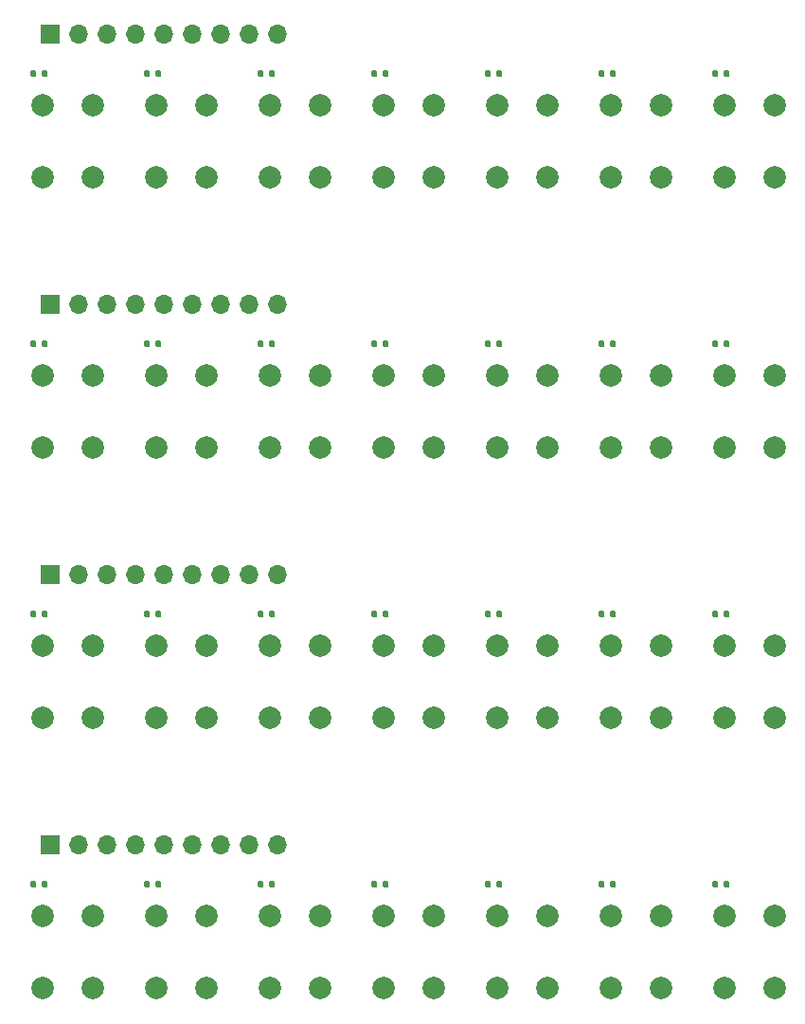
<source format=gbr>
%TF.GenerationSoftware,KiCad,Pcbnew,(5.1.7)-1*%
%TF.CreationDate,2021-03-20T09:03:10+03:00*%
%TF.ProjectId,mini_keyboard,6d696e69-5f6b-4657-9962-6f6172642e6b,v0.1*%
%TF.SameCoordinates,Original*%
%TF.FileFunction,Soldermask,Bot*%
%TF.FilePolarity,Negative*%
%FSLAX46Y46*%
G04 Gerber Fmt 4.6, Leading zero omitted, Abs format (unit mm)*
G04 Created by KiCad (PCBNEW (5.1.7)-1) date 2021-03-20 09:03:10*
%MOMM*%
%LPD*%
G01*
G04 APERTURE LIST*
%ADD10C,2.000000*%
%ADD11R,1.700000X1.700000*%
%ADD12O,1.700000X1.700000*%
G04 APERTURE END LIST*
D10*
%TO.C,SW1*%
X65350000Y-106680000D03*
X69850000Y-106680000D03*
X65350000Y-113180000D03*
X69850000Y-113180000D03*
%TD*%
%TO.C,R7*%
G36*
G01*
X125202000Y-104071000D02*
X125202000Y-103701000D01*
G75*
G02*
X125337000Y-103566000I135000J0D01*
G01*
X125607000Y-103566000D01*
G75*
G02*
X125742000Y-103701000I0J-135000D01*
G01*
X125742000Y-104071000D01*
G75*
G02*
X125607000Y-104206000I-135000J0D01*
G01*
X125337000Y-104206000D01*
G75*
G02*
X125202000Y-104071000I0J135000D01*
G01*
G37*
G36*
G01*
X126222000Y-104071000D02*
X126222000Y-103701000D01*
G75*
G02*
X126357000Y-103566000I135000J0D01*
G01*
X126627000Y-103566000D01*
G75*
G02*
X126762000Y-103701000I0J-135000D01*
G01*
X126762000Y-104071000D01*
G75*
G02*
X126627000Y-104206000I-135000J0D01*
G01*
X126357000Y-104206000D01*
G75*
G02*
X126222000Y-104071000I0J135000D01*
G01*
G37*
%TD*%
%TO.C,R6*%
G36*
G01*
X115042000Y-104071000D02*
X115042000Y-103701000D01*
G75*
G02*
X115177000Y-103566000I135000J0D01*
G01*
X115447000Y-103566000D01*
G75*
G02*
X115582000Y-103701000I0J-135000D01*
G01*
X115582000Y-104071000D01*
G75*
G02*
X115447000Y-104206000I-135000J0D01*
G01*
X115177000Y-104206000D01*
G75*
G02*
X115042000Y-104071000I0J135000D01*
G01*
G37*
G36*
G01*
X116062000Y-104071000D02*
X116062000Y-103701000D01*
G75*
G02*
X116197000Y-103566000I135000J0D01*
G01*
X116467000Y-103566000D01*
G75*
G02*
X116602000Y-103701000I0J-135000D01*
G01*
X116602000Y-104071000D01*
G75*
G02*
X116467000Y-104206000I-135000J0D01*
G01*
X116197000Y-104206000D01*
G75*
G02*
X116062000Y-104071000I0J135000D01*
G01*
G37*
%TD*%
%TO.C,R5*%
G36*
G01*
X104882000Y-104071000D02*
X104882000Y-103701000D01*
G75*
G02*
X105017000Y-103566000I135000J0D01*
G01*
X105287000Y-103566000D01*
G75*
G02*
X105422000Y-103701000I0J-135000D01*
G01*
X105422000Y-104071000D01*
G75*
G02*
X105287000Y-104206000I-135000J0D01*
G01*
X105017000Y-104206000D01*
G75*
G02*
X104882000Y-104071000I0J135000D01*
G01*
G37*
G36*
G01*
X105902000Y-104071000D02*
X105902000Y-103701000D01*
G75*
G02*
X106037000Y-103566000I135000J0D01*
G01*
X106307000Y-103566000D01*
G75*
G02*
X106442000Y-103701000I0J-135000D01*
G01*
X106442000Y-104071000D01*
G75*
G02*
X106307000Y-104206000I-135000J0D01*
G01*
X106037000Y-104206000D01*
G75*
G02*
X105902000Y-104071000I0J135000D01*
G01*
G37*
%TD*%
%TO.C,R4*%
G36*
G01*
X94722000Y-104071000D02*
X94722000Y-103701000D01*
G75*
G02*
X94857000Y-103566000I135000J0D01*
G01*
X95127000Y-103566000D01*
G75*
G02*
X95262000Y-103701000I0J-135000D01*
G01*
X95262000Y-104071000D01*
G75*
G02*
X95127000Y-104206000I-135000J0D01*
G01*
X94857000Y-104206000D01*
G75*
G02*
X94722000Y-104071000I0J135000D01*
G01*
G37*
G36*
G01*
X95742000Y-104071000D02*
X95742000Y-103701000D01*
G75*
G02*
X95877000Y-103566000I135000J0D01*
G01*
X96147000Y-103566000D01*
G75*
G02*
X96282000Y-103701000I0J-135000D01*
G01*
X96282000Y-104071000D01*
G75*
G02*
X96147000Y-104206000I-135000J0D01*
G01*
X95877000Y-104206000D01*
G75*
G02*
X95742000Y-104071000I0J135000D01*
G01*
G37*
%TD*%
%TO.C,R3*%
G36*
G01*
X84562000Y-104071000D02*
X84562000Y-103701000D01*
G75*
G02*
X84697000Y-103566000I135000J0D01*
G01*
X84967000Y-103566000D01*
G75*
G02*
X85102000Y-103701000I0J-135000D01*
G01*
X85102000Y-104071000D01*
G75*
G02*
X84967000Y-104206000I-135000J0D01*
G01*
X84697000Y-104206000D01*
G75*
G02*
X84562000Y-104071000I0J135000D01*
G01*
G37*
G36*
G01*
X85582000Y-104071000D02*
X85582000Y-103701000D01*
G75*
G02*
X85717000Y-103566000I135000J0D01*
G01*
X85987000Y-103566000D01*
G75*
G02*
X86122000Y-103701000I0J-135000D01*
G01*
X86122000Y-104071000D01*
G75*
G02*
X85987000Y-104206000I-135000J0D01*
G01*
X85717000Y-104206000D01*
G75*
G02*
X85582000Y-104071000I0J135000D01*
G01*
G37*
%TD*%
%TO.C,R2*%
G36*
G01*
X74402000Y-104071000D02*
X74402000Y-103701000D01*
G75*
G02*
X74537000Y-103566000I135000J0D01*
G01*
X74807000Y-103566000D01*
G75*
G02*
X74942000Y-103701000I0J-135000D01*
G01*
X74942000Y-104071000D01*
G75*
G02*
X74807000Y-104206000I-135000J0D01*
G01*
X74537000Y-104206000D01*
G75*
G02*
X74402000Y-104071000I0J135000D01*
G01*
G37*
G36*
G01*
X75422000Y-104071000D02*
X75422000Y-103701000D01*
G75*
G02*
X75557000Y-103566000I135000J0D01*
G01*
X75827000Y-103566000D01*
G75*
G02*
X75962000Y-103701000I0J-135000D01*
G01*
X75962000Y-104071000D01*
G75*
G02*
X75827000Y-104206000I-135000J0D01*
G01*
X75557000Y-104206000D01*
G75*
G02*
X75422000Y-104071000I0J135000D01*
G01*
G37*
%TD*%
%TO.C,R1*%
G36*
G01*
X64246000Y-104071000D02*
X64246000Y-103701000D01*
G75*
G02*
X64381000Y-103566000I135000J0D01*
G01*
X64651000Y-103566000D01*
G75*
G02*
X64786000Y-103701000I0J-135000D01*
G01*
X64786000Y-104071000D01*
G75*
G02*
X64651000Y-104206000I-135000J0D01*
G01*
X64381000Y-104206000D01*
G75*
G02*
X64246000Y-104071000I0J135000D01*
G01*
G37*
G36*
G01*
X65266000Y-104071000D02*
X65266000Y-103701000D01*
G75*
G02*
X65401000Y-103566000I135000J0D01*
G01*
X65671000Y-103566000D01*
G75*
G02*
X65806000Y-103701000I0J-135000D01*
G01*
X65806000Y-104071000D01*
G75*
G02*
X65671000Y-104206000I-135000J0D01*
G01*
X65401000Y-104206000D01*
G75*
G02*
X65266000Y-104071000I0J135000D01*
G01*
G37*
%TD*%
D11*
%TO.C,J1*%
X66040000Y-100330000D03*
D12*
X68580000Y-100330000D03*
X71120000Y-100330000D03*
X73660000Y-100330000D03*
X76200000Y-100330000D03*
X78740000Y-100330000D03*
X81280000Y-100330000D03*
X83820000Y-100330000D03*
X86360000Y-100330000D03*
%TD*%
D10*
%TO.C,SW7*%
X126310000Y-106680000D03*
X130810000Y-106680000D03*
X126310000Y-113180000D03*
X130810000Y-113180000D03*
%TD*%
%TO.C,SW6*%
X116150000Y-106680000D03*
X120650000Y-106680000D03*
X116150000Y-113180000D03*
X120650000Y-113180000D03*
%TD*%
%TO.C,SW5*%
X105990000Y-106680000D03*
X110490000Y-106680000D03*
X105990000Y-113180000D03*
X110490000Y-113180000D03*
%TD*%
%TO.C,SW4*%
X95830000Y-106680000D03*
X100330000Y-106680000D03*
X95830000Y-113180000D03*
X100330000Y-113180000D03*
%TD*%
%TO.C,SW3*%
X85670000Y-106680000D03*
X90170000Y-106680000D03*
X85670000Y-113180000D03*
X90170000Y-113180000D03*
%TD*%
%TO.C,SW2*%
X75510000Y-106680000D03*
X80010000Y-106680000D03*
X75510000Y-113180000D03*
X80010000Y-113180000D03*
%TD*%
%TO.C,SW2*%
X80010000Y-89050000D03*
X75510000Y-89050000D03*
X80010000Y-82550000D03*
X75510000Y-82550000D03*
%TD*%
%TO.C,SW3*%
X90170000Y-89050000D03*
X85670000Y-89050000D03*
X90170000Y-82550000D03*
X85670000Y-82550000D03*
%TD*%
%TO.C,SW4*%
X100330000Y-89050000D03*
X95830000Y-89050000D03*
X100330000Y-82550000D03*
X95830000Y-82550000D03*
%TD*%
%TO.C,SW5*%
X110490000Y-89050000D03*
X105990000Y-89050000D03*
X110490000Y-82550000D03*
X105990000Y-82550000D03*
%TD*%
%TO.C,SW6*%
X120650000Y-89050000D03*
X116150000Y-89050000D03*
X120650000Y-82550000D03*
X116150000Y-82550000D03*
%TD*%
%TO.C,SW7*%
X130810000Y-89050000D03*
X126310000Y-89050000D03*
X130810000Y-82550000D03*
X126310000Y-82550000D03*
%TD*%
D12*
%TO.C,J1*%
X86360000Y-76200000D03*
X83820000Y-76200000D03*
X81280000Y-76200000D03*
X78740000Y-76200000D03*
X76200000Y-76200000D03*
X73660000Y-76200000D03*
X71120000Y-76200000D03*
X68580000Y-76200000D03*
D11*
X66040000Y-76200000D03*
%TD*%
%TO.C,R1*%
G36*
G01*
X65266000Y-79941000D02*
X65266000Y-79571000D01*
G75*
G02*
X65401000Y-79436000I135000J0D01*
G01*
X65671000Y-79436000D01*
G75*
G02*
X65806000Y-79571000I0J-135000D01*
G01*
X65806000Y-79941000D01*
G75*
G02*
X65671000Y-80076000I-135000J0D01*
G01*
X65401000Y-80076000D01*
G75*
G02*
X65266000Y-79941000I0J135000D01*
G01*
G37*
G36*
G01*
X64246000Y-79941000D02*
X64246000Y-79571000D01*
G75*
G02*
X64381000Y-79436000I135000J0D01*
G01*
X64651000Y-79436000D01*
G75*
G02*
X64786000Y-79571000I0J-135000D01*
G01*
X64786000Y-79941000D01*
G75*
G02*
X64651000Y-80076000I-135000J0D01*
G01*
X64381000Y-80076000D01*
G75*
G02*
X64246000Y-79941000I0J135000D01*
G01*
G37*
%TD*%
%TO.C,R2*%
G36*
G01*
X75422000Y-79941000D02*
X75422000Y-79571000D01*
G75*
G02*
X75557000Y-79436000I135000J0D01*
G01*
X75827000Y-79436000D01*
G75*
G02*
X75962000Y-79571000I0J-135000D01*
G01*
X75962000Y-79941000D01*
G75*
G02*
X75827000Y-80076000I-135000J0D01*
G01*
X75557000Y-80076000D01*
G75*
G02*
X75422000Y-79941000I0J135000D01*
G01*
G37*
G36*
G01*
X74402000Y-79941000D02*
X74402000Y-79571000D01*
G75*
G02*
X74537000Y-79436000I135000J0D01*
G01*
X74807000Y-79436000D01*
G75*
G02*
X74942000Y-79571000I0J-135000D01*
G01*
X74942000Y-79941000D01*
G75*
G02*
X74807000Y-80076000I-135000J0D01*
G01*
X74537000Y-80076000D01*
G75*
G02*
X74402000Y-79941000I0J135000D01*
G01*
G37*
%TD*%
%TO.C,R3*%
G36*
G01*
X85582000Y-79941000D02*
X85582000Y-79571000D01*
G75*
G02*
X85717000Y-79436000I135000J0D01*
G01*
X85987000Y-79436000D01*
G75*
G02*
X86122000Y-79571000I0J-135000D01*
G01*
X86122000Y-79941000D01*
G75*
G02*
X85987000Y-80076000I-135000J0D01*
G01*
X85717000Y-80076000D01*
G75*
G02*
X85582000Y-79941000I0J135000D01*
G01*
G37*
G36*
G01*
X84562000Y-79941000D02*
X84562000Y-79571000D01*
G75*
G02*
X84697000Y-79436000I135000J0D01*
G01*
X84967000Y-79436000D01*
G75*
G02*
X85102000Y-79571000I0J-135000D01*
G01*
X85102000Y-79941000D01*
G75*
G02*
X84967000Y-80076000I-135000J0D01*
G01*
X84697000Y-80076000D01*
G75*
G02*
X84562000Y-79941000I0J135000D01*
G01*
G37*
%TD*%
%TO.C,R4*%
G36*
G01*
X95742000Y-79941000D02*
X95742000Y-79571000D01*
G75*
G02*
X95877000Y-79436000I135000J0D01*
G01*
X96147000Y-79436000D01*
G75*
G02*
X96282000Y-79571000I0J-135000D01*
G01*
X96282000Y-79941000D01*
G75*
G02*
X96147000Y-80076000I-135000J0D01*
G01*
X95877000Y-80076000D01*
G75*
G02*
X95742000Y-79941000I0J135000D01*
G01*
G37*
G36*
G01*
X94722000Y-79941000D02*
X94722000Y-79571000D01*
G75*
G02*
X94857000Y-79436000I135000J0D01*
G01*
X95127000Y-79436000D01*
G75*
G02*
X95262000Y-79571000I0J-135000D01*
G01*
X95262000Y-79941000D01*
G75*
G02*
X95127000Y-80076000I-135000J0D01*
G01*
X94857000Y-80076000D01*
G75*
G02*
X94722000Y-79941000I0J135000D01*
G01*
G37*
%TD*%
%TO.C,R5*%
G36*
G01*
X105902000Y-79941000D02*
X105902000Y-79571000D01*
G75*
G02*
X106037000Y-79436000I135000J0D01*
G01*
X106307000Y-79436000D01*
G75*
G02*
X106442000Y-79571000I0J-135000D01*
G01*
X106442000Y-79941000D01*
G75*
G02*
X106307000Y-80076000I-135000J0D01*
G01*
X106037000Y-80076000D01*
G75*
G02*
X105902000Y-79941000I0J135000D01*
G01*
G37*
G36*
G01*
X104882000Y-79941000D02*
X104882000Y-79571000D01*
G75*
G02*
X105017000Y-79436000I135000J0D01*
G01*
X105287000Y-79436000D01*
G75*
G02*
X105422000Y-79571000I0J-135000D01*
G01*
X105422000Y-79941000D01*
G75*
G02*
X105287000Y-80076000I-135000J0D01*
G01*
X105017000Y-80076000D01*
G75*
G02*
X104882000Y-79941000I0J135000D01*
G01*
G37*
%TD*%
%TO.C,R6*%
G36*
G01*
X116062000Y-79941000D02*
X116062000Y-79571000D01*
G75*
G02*
X116197000Y-79436000I135000J0D01*
G01*
X116467000Y-79436000D01*
G75*
G02*
X116602000Y-79571000I0J-135000D01*
G01*
X116602000Y-79941000D01*
G75*
G02*
X116467000Y-80076000I-135000J0D01*
G01*
X116197000Y-80076000D01*
G75*
G02*
X116062000Y-79941000I0J135000D01*
G01*
G37*
G36*
G01*
X115042000Y-79941000D02*
X115042000Y-79571000D01*
G75*
G02*
X115177000Y-79436000I135000J0D01*
G01*
X115447000Y-79436000D01*
G75*
G02*
X115582000Y-79571000I0J-135000D01*
G01*
X115582000Y-79941000D01*
G75*
G02*
X115447000Y-80076000I-135000J0D01*
G01*
X115177000Y-80076000D01*
G75*
G02*
X115042000Y-79941000I0J135000D01*
G01*
G37*
%TD*%
%TO.C,R7*%
G36*
G01*
X126222000Y-79941000D02*
X126222000Y-79571000D01*
G75*
G02*
X126357000Y-79436000I135000J0D01*
G01*
X126627000Y-79436000D01*
G75*
G02*
X126762000Y-79571000I0J-135000D01*
G01*
X126762000Y-79941000D01*
G75*
G02*
X126627000Y-80076000I-135000J0D01*
G01*
X126357000Y-80076000D01*
G75*
G02*
X126222000Y-79941000I0J135000D01*
G01*
G37*
G36*
G01*
X125202000Y-79941000D02*
X125202000Y-79571000D01*
G75*
G02*
X125337000Y-79436000I135000J0D01*
G01*
X125607000Y-79436000D01*
G75*
G02*
X125742000Y-79571000I0J-135000D01*
G01*
X125742000Y-79941000D01*
G75*
G02*
X125607000Y-80076000I-135000J0D01*
G01*
X125337000Y-80076000D01*
G75*
G02*
X125202000Y-79941000I0J135000D01*
G01*
G37*
%TD*%
D10*
%TO.C,SW1*%
X69850000Y-89050000D03*
X65350000Y-89050000D03*
X69850000Y-82550000D03*
X65350000Y-82550000D03*
%TD*%
%TO.C,SW1*%
X65350000Y-58420000D03*
X69850000Y-58420000D03*
X65350000Y-64920000D03*
X69850000Y-64920000D03*
%TD*%
%TO.C,R7*%
G36*
G01*
X125202000Y-55811000D02*
X125202000Y-55441000D01*
G75*
G02*
X125337000Y-55306000I135000J0D01*
G01*
X125607000Y-55306000D01*
G75*
G02*
X125742000Y-55441000I0J-135000D01*
G01*
X125742000Y-55811000D01*
G75*
G02*
X125607000Y-55946000I-135000J0D01*
G01*
X125337000Y-55946000D01*
G75*
G02*
X125202000Y-55811000I0J135000D01*
G01*
G37*
G36*
G01*
X126222000Y-55811000D02*
X126222000Y-55441000D01*
G75*
G02*
X126357000Y-55306000I135000J0D01*
G01*
X126627000Y-55306000D01*
G75*
G02*
X126762000Y-55441000I0J-135000D01*
G01*
X126762000Y-55811000D01*
G75*
G02*
X126627000Y-55946000I-135000J0D01*
G01*
X126357000Y-55946000D01*
G75*
G02*
X126222000Y-55811000I0J135000D01*
G01*
G37*
%TD*%
%TO.C,R6*%
G36*
G01*
X115042000Y-55811000D02*
X115042000Y-55441000D01*
G75*
G02*
X115177000Y-55306000I135000J0D01*
G01*
X115447000Y-55306000D01*
G75*
G02*
X115582000Y-55441000I0J-135000D01*
G01*
X115582000Y-55811000D01*
G75*
G02*
X115447000Y-55946000I-135000J0D01*
G01*
X115177000Y-55946000D01*
G75*
G02*
X115042000Y-55811000I0J135000D01*
G01*
G37*
G36*
G01*
X116062000Y-55811000D02*
X116062000Y-55441000D01*
G75*
G02*
X116197000Y-55306000I135000J0D01*
G01*
X116467000Y-55306000D01*
G75*
G02*
X116602000Y-55441000I0J-135000D01*
G01*
X116602000Y-55811000D01*
G75*
G02*
X116467000Y-55946000I-135000J0D01*
G01*
X116197000Y-55946000D01*
G75*
G02*
X116062000Y-55811000I0J135000D01*
G01*
G37*
%TD*%
%TO.C,R5*%
G36*
G01*
X104882000Y-55811000D02*
X104882000Y-55441000D01*
G75*
G02*
X105017000Y-55306000I135000J0D01*
G01*
X105287000Y-55306000D01*
G75*
G02*
X105422000Y-55441000I0J-135000D01*
G01*
X105422000Y-55811000D01*
G75*
G02*
X105287000Y-55946000I-135000J0D01*
G01*
X105017000Y-55946000D01*
G75*
G02*
X104882000Y-55811000I0J135000D01*
G01*
G37*
G36*
G01*
X105902000Y-55811000D02*
X105902000Y-55441000D01*
G75*
G02*
X106037000Y-55306000I135000J0D01*
G01*
X106307000Y-55306000D01*
G75*
G02*
X106442000Y-55441000I0J-135000D01*
G01*
X106442000Y-55811000D01*
G75*
G02*
X106307000Y-55946000I-135000J0D01*
G01*
X106037000Y-55946000D01*
G75*
G02*
X105902000Y-55811000I0J135000D01*
G01*
G37*
%TD*%
%TO.C,R4*%
G36*
G01*
X94722000Y-55811000D02*
X94722000Y-55441000D01*
G75*
G02*
X94857000Y-55306000I135000J0D01*
G01*
X95127000Y-55306000D01*
G75*
G02*
X95262000Y-55441000I0J-135000D01*
G01*
X95262000Y-55811000D01*
G75*
G02*
X95127000Y-55946000I-135000J0D01*
G01*
X94857000Y-55946000D01*
G75*
G02*
X94722000Y-55811000I0J135000D01*
G01*
G37*
G36*
G01*
X95742000Y-55811000D02*
X95742000Y-55441000D01*
G75*
G02*
X95877000Y-55306000I135000J0D01*
G01*
X96147000Y-55306000D01*
G75*
G02*
X96282000Y-55441000I0J-135000D01*
G01*
X96282000Y-55811000D01*
G75*
G02*
X96147000Y-55946000I-135000J0D01*
G01*
X95877000Y-55946000D01*
G75*
G02*
X95742000Y-55811000I0J135000D01*
G01*
G37*
%TD*%
%TO.C,R3*%
G36*
G01*
X84562000Y-55811000D02*
X84562000Y-55441000D01*
G75*
G02*
X84697000Y-55306000I135000J0D01*
G01*
X84967000Y-55306000D01*
G75*
G02*
X85102000Y-55441000I0J-135000D01*
G01*
X85102000Y-55811000D01*
G75*
G02*
X84967000Y-55946000I-135000J0D01*
G01*
X84697000Y-55946000D01*
G75*
G02*
X84562000Y-55811000I0J135000D01*
G01*
G37*
G36*
G01*
X85582000Y-55811000D02*
X85582000Y-55441000D01*
G75*
G02*
X85717000Y-55306000I135000J0D01*
G01*
X85987000Y-55306000D01*
G75*
G02*
X86122000Y-55441000I0J-135000D01*
G01*
X86122000Y-55811000D01*
G75*
G02*
X85987000Y-55946000I-135000J0D01*
G01*
X85717000Y-55946000D01*
G75*
G02*
X85582000Y-55811000I0J135000D01*
G01*
G37*
%TD*%
%TO.C,R2*%
G36*
G01*
X74402000Y-55811000D02*
X74402000Y-55441000D01*
G75*
G02*
X74537000Y-55306000I135000J0D01*
G01*
X74807000Y-55306000D01*
G75*
G02*
X74942000Y-55441000I0J-135000D01*
G01*
X74942000Y-55811000D01*
G75*
G02*
X74807000Y-55946000I-135000J0D01*
G01*
X74537000Y-55946000D01*
G75*
G02*
X74402000Y-55811000I0J135000D01*
G01*
G37*
G36*
G01*
X75422000Y-55811000D02*
X75422000Y-55441000D01*
G75*
G02*
X75557000Y-55306000I135000J0D01*
G01*
X75827000Y-55306000D01*
G75*
G02*
X75962000Y-55441000I0J-135000D01*
G01*
X75962000Y-55811000D01*
G75*
G02*
X75827000Y-55946000I-135000J0D01*
G01*
X75557000Y-55946000D01*
G75*
G02*
X75422000Y-55811000I0J135000D01*
G01*
G37*
%TD*%
%TO.C,R1*%
G36*
G01*
X64246000Y-55811000D02*
X64246000Y-55441000D01*
G75*
G02*
X64381000Y-55306000I135000J0D01*
G01*
X64651000Y-55306000D01*
G75*
G02*
X64786000Y-55441000I0J-135000D01*
G01*
X64786000Y-55811000D01*
G75*
G02*
X64651000Y-55946000I-135000J0D01*
G01*
X64381000Y-55946000D01*
G75*
G02*
X64246000Y-55811000I0J135000D01*
G01*
G37*
G36*
G01*
X65266000Y-55811000D02*
X65266000Y-55441000D01*
G75*
G02*
X65401000Y-55306000I135000J0D01*
G01*
X65671000Y-55306000D01*
G75*
G02*
X65806000Y-55441000I0J-135000D01*
G01*
X65806000Y-55811000D01*
G75*
G02*
X65671000Y-55946000I-135000J0D01*
G01*
X65401000Y-55946000D01*
G75*
G02*
X65266000Y-55811000I0J135000D01*
G01*
G37*
%TD*%
D11*
%TO.C,J1*%
X66040000Y-52070000D03*
D12*
X68580000Y-52070000D03*
X71120000Y-52070000D03*
X73660000Y-52070000D03*
X76200000Y-52070000D03*
X78740000Y-52070000D03*
X81280000Y-52070000D03*
X83820000Y-52070000D03*
X86360000Y-52070000D03*
%TD*%
D10*
%TO.C,SW7*%
X126310000Y-58420000D03*
X130810000Y-58420000D03*
X126310000Y-64920000D03*
X130810000Y-64920000D03*
%TD*%
%TO.C,SW6*%
X116150000Y-58420000D03*
X120650000Y-58420000D03*
X116150000Y-64920000D03*
X120650000Y-64920000D03*
%TD*%
%TO.C,SW5*%
X105990000Y-58420000D03*
X110490000Y-58420000D03*
X105990000Y-64920000D03*
X110490000Y-64920000D03*
%TD*%
%TO.C,SW4*%
X95830000Y-58420000D03*
X100330000Y-58420000D03*
X95830000Y-64920000D03*
X100330000Y-64920000D03*
%TD*%
%TO.C,SW3*%
X85670000Y-58420000D03*
X90170000Y-58420000D03*
X85670000Y-64920000D03*
X90170000Y-64920000D03*
%TD*%
%TO.C,SW2*%
X75510000Y-58420000D03*
X80010000Y-58420000D03*
X75510000Y-64920000D03*
X80010000Y-64920000D03*
%TD*%
%TO.C,SW7*%
X130810000Y-40790000D03*
X126310000Y-40790000D03*
X130810000Y-34290000D03*
X126310000Y-34290000D03*
%TD*%
%TO.C,SW6*%
X120650000Y-40790000D03*
X116150000Y-40790000D03*
X120650000Y-34290000D03*
X116150000Y-34290000D03*
%TD*%
%TO.C,SW5*%
X110490000Y-40790000D03*
X105990000Y-40790000D03*
X110490000Y-34290000D03*
X105990000Y-34290000D03*
%TD*%
%TO.C,SW4*%
X100330000Y-40790000D03*
X95830000Y-40790000D03*
X100330000Y-34290000D03*
X95830000Y-34290000D03*
%TD*%
%TO.C,SW3*%
X90170000Y-40790000D03*
X85670000Y-40790000D03*
X90170000Y-34290000D03*
X85670000Y-34290000D03*
%TD*%
%TO.C,SW2*%
X80010000Y-40790000D03*
X75510000Y-40790000D03*
X80010000Y-34290000D03*
X75510000Y-34290000D03*
%TD*%
%TO.C,SW1*%
X69850000Y-40790000D03*
X65350000Y-40790000D03*
X69850000Y-34290000D03*
X65350000Y-34290000D03*
%TD*%
%TO.C,R7*%
G36*
G01*
X126222000Y-31681000D02*
X126222000Y-31311000D01*
G75*
G02*
X126357000Y-31176000I135000J0D01*
G01*
X126627000Y-31176000D01*
G75*
G02*
X126762000Y-31311000I0J-135000D01*
G01*
X126762000Y-31681000D01*
G75*
G02*
X126627000Y-31816000I-135000J0D01*
G01*
X126357000Y-31816000D01*
G75*
G02*
X126222000Y-31681000I0J135000D01*
G01*
G37*
G36*
G01*
X125202000Y-31681000D02*
X125202000Y-31311000D01*
G75*
G02*
X125337000Y-31176000I135000J0D01*
G01*
X125607000Y-31176000D01*
G75*
G02*
X125742000Y-31311000I0J-135000D01*
G01*
X125742000Y-31681000D01*
G75*
G02*
X125607000Y-31816000I-135000J0D01*
G01*
X125337000Y-31816000D01*
G75*
G02*
X125202000Y-31681000I0J135000D01*
G01*
G37*
%TD*%
%TO.C,R6*%
G36*
G01*
X116062000Y-31681000D02*
X116062000Y-31311000D01*
G75*
G02*
X116197000Y-31176000I135000J0D01*
G01*
X116467000Y-31176000D01*
G75*
G02*
X116602000Y-31311000I0J-135000D01*
G01*
X116602000Y-31681000D01*
G75*
G02*
X116467000Y-31816000I-135000J0D01*
G01*
X116197000Y-31816000D01*
G75*
G02*
X116062000Y-31681000I0J135000D01*
G01*
G37*
G36*
G01*
X115042000Y-31681000D02*
X115042000Y-31311000D01*
G75*
G02*
X115177000Y-31176000I135000J0D01*
G01*
X115447000Y-31176000D01*
G75*
G02*
X115582000Y-31311000I0J-135000D01*
G01*
X115582000Y-31681000D01*
G75*
G02*
X115447000Y-31816000I-135000J0D01*
G01*
X115177000Y-31816000D01*
G75*
G02*
X115042000Y-31681000I0J135000D01*
G01*
G37*
%TD*%
%TO.C,R5*%
G36*
G01*
X105902000Y-31681000D02*
X105902000Y-31311000D01*
G75*
G02*
X106037000Y-31176000I135000J0D01*
G01*
X106307000Y-31176000D01*
G75*
G02*
X106442000Y-31311000I0J-135000D01*
G01*
X106442000Y-31681000D01*
G75*
G02*
X106307000Y-31816000I-135000J0D01*
G01*
X106037000Y-31816000D01*
G75*
G02*
X105902000Y-31681000I0J135000D01*
G01*
G37*
G36*
G01*
X104882000Y-31681000D02*
X104882000Y-31311000D01*
G75*
G02*
X105017000Y-31176000I135000J0D01*
G01*
X105287000Y-31176000D01*
G75*
G02*
X105422000Y-31311000I0J-135000D01*
G01*
X105422000Y-31681000D01*
G75*
G02*
X105287000Y-31816000I-135000J0D01*
G01*
X105017000Y-31816000D01*
G75*
G02*
X104882000Y-31681000I0J135000D01*
G01*
G37*
%TD*%
%TO.C,R4*%
G36*
G01*
X95742000Y-31681000D02*
X95742000Y-31311000D01*
G75*
G02*
X95877000Y-31176000I135000J0D01*
G01*
X96147000Y-31176000D01*
G75*
G02*
X96282000Y-31311000I0J-135000D01*
G01*
X96282000Y-31681000D01*
G75*
G02*
X96147000Y-31816000I-135000J0D01*
G01*
X95877000Y-31816000D01*
G75*
G02*
X95742000Y-31681000I0J135000D01*
G01*
G37*
G36*
G01*
X94722000Y-31681000D02*
X94722000Y-31311000D01*
G75*
G02*
X94857000Y-31176000I135000J0D01*
G01*
X95127000Y-31176000D01*
G75*
G02*
X95262000Y-31311000I0J-135000D01*
G01*
X95262000Y-31681000D01*
G75*
G02*
X95127000Y-31816000I-135000J0D01*
G01*
X94857000Y-31816000D01*
G75*
G02*
X94722000Y-31681000I0J135000D01*
G01*
G37*
%TD*%
%TO.C,R3*%
G36*
G01*
X85582000Y-31681000D02*
X85582000Y-31311000D01*
G75*
G02*
X85717000Y-31176000I135000J0D01*
G01*
X85987000Y-31176000D01*
G75*
G02*
X86122000Y-31311000I0J-135000D01*
G01*
X86122000Y-31681000D01*
G75*
G02*
X85987000Y-31816000I-135000J0D01*
G01*
X85717000Y-31816000D01*
G75*
G02*
X85582000Y-31681000I0J135000D01*
G01*
G37*
G36*
G01*
X84562000Y-31681000D02*
X84562000Y-31311000D01*
G75*
G02*
X84697000Y-31176000I135000J0D01*
G01*
X84967000Y-31176000D01*
G75*
G02*
X85102000Y-31311000I0J-135000D01*
G01*
X85102000Y-31681000D01*
G75*
G02*
X84967000Y-31816000I-135000J0D01*
G01*
X84697000Y-31816000D01*
G75*
G02*
X84562000Y-31681000I0J135000D01*
G01*
G37*
%TD*%
%TO.C,R2*%
G36*
G01*
X75422000Y-31681000D02*
X75422000Y-31311000D01*
G75*
G02*
X75557000Y-31176000I135000J0D01*
G01*
X75827000Y-31176000D01*
G75*
G02*
X75962000Y-31311000I0J-135000D01*
G01*
X75962000Y-31681000D01*
G75*
G02*
X75827000Y-31816000I-135000J0D01*
G01*
X75557000Y-31816000D01*
G75*
G02*
X75422000Y-31681000I0J135000D01*
G01*
G37*
G36*
G01*
X74402000Y-31681000D02*
X74402000Y-31311000D01*
G75*
G02*
X74537000Y-31176000I135000J0D01*
G01*
X74807000Y-31176000D01*
G75*
G02*
X74942000Y-31311000I0J-135000D01*
G01*
X74942000Y-31681000D01*
G75*
G02*
X74807000Y-31816000I-135000J0D01*
G01*
X74537000Y-31816000D01*
G75*
G02*
X74402000Y-31681000I0J135000D01*
G01*
G37*
%TD*%
%TO.C,R1*%
G36*
G01*
X65266000Y-31681000D02*
X65266000Y-31311000D01*
G75*
G02*
X65401000Y-31176000I135000J0D01*
G01*
X65671000Y-31176000D01*
G75*
G02*
X65806000Y-31311000I0J-135000D01*
G01*
X65806000Y-31681000D01*
G75*
G02*
X65671000Y-31816000I-135000J0D01*
G01*
X65401000Y-31816000D01*
G75*
G02*
X65266000Y-31681000I0J135000D01*
G01*
G37*
G36*
G01*
X64246000Y-31681000D02*
X64246000Y-31311000D01*
G75*
G02*
X64381000Y-31176000I135000J0D01*
G01*
X64651000Y-31176000D01*
G75*
G02*
X64786000Y-31311000I0J-135000D01*
G01*
X64786000Y-31681000D01*
G75*
G02*
X64651000Y-31816000I-135000J0D01*
G01*
X64381000Y-31816000D01*
G75*
G02*
X64246000Y-31681000I0J135000D01*
G01*
G37*
%TD*%
D12*
%TO.C,J1*%
X86360000Y-27940000D03*
X83820000Y-27940000D03*
X81280000Y-27940000D03*
X78740000Y-27940000D03*
X76200000Y-27940000D03*
X73660000Y-27940000D03*
X71120000Y-27940000D03*
X68580000Y-27940000D03*
D11*
X66040000Y-27940000D03*
%TD*%
M02*

</source>
